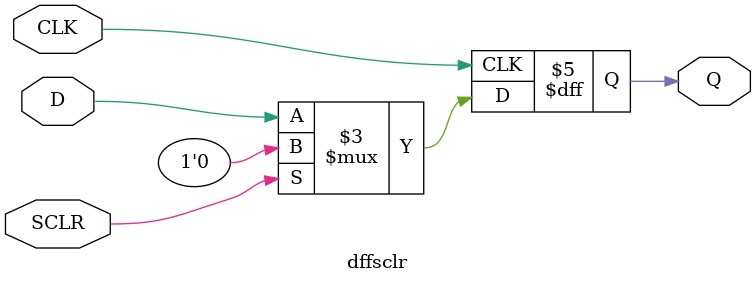
<source format=sv>
module dffsclr(
	input  logic CLK,
	input  logic D,
	input  logic SCLR,
	output logic Q
);
	always_ff@(posedge CLK) begin
		if (SCLR) Q<=0;
		else 		 Q<=D;
	end
endmodule
</source>
